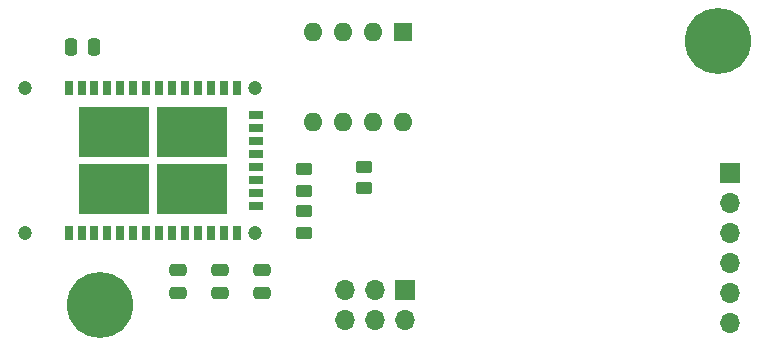
<source format=gbr>
%TF.GenerationSoftware,KiCad,Pcbnew,(6.0.1)*%
%TF.CreationDate,2022-03-15T19:28:32-04:00*%
%TF.ProjectId,WiFi-Board,57694669-2d42-46f6-9172-642e6b696361,rev?*%
%TF.SameCoordinates,Original*%
%TF.FileFunction,Soldermask,Top*%
%TF.FilePolarity,Negative*%
%FSLAX46Y46*%
G04 Gerber Fmt 4.6, Leading zero omitted, Abs format (unit mm)*
G04 Created by KiCad (PCBNEW (6.0.1)) date 2022-03-15 19:28:32*
%MOMM*%
%LPD*%
G01*
G04 APERTURE LIST*
G04 Aperture macros list*
%AMRoundRect*
0 Rectangle with rounded corners*
0 $1 Rounding radius*
0 $2 $3 $4 $5 $6 $7 $8 $9 X,Y pos of 4 corners*
0 Add a 4 corners polygon primitive as box body*
4,1,4,$2,$3,$4,$5,$6,$7,$8,$9,$2,$3,0*
0 Add four circle primitives for the rounded corners*
1,1,$1+$1,$2,$3*
1,1,$1+$1,$4,$5*
1,1,$1+$1,$6,$7*
1,1,$1+$1,$8,$9*
0 Add four rect primitives between the rounded corners*
20,1,$1+$1,$2,$3,$4,$5,0*
20,1,$1+$1,$4,$5,$6,$7,0*
20,1,$1+$1,$6,$7,$8,$9,0*
20,1,$1+$1,$8,$9,$2,$3,0*%
G04 Aperture macros list end*
%ADD10R,1.700000X1.700000*%
%ADD11O,1.700000X1.700000*%
%ADD12RoundRect,0.250000X0.450000X-0.262500X0.450000X0.262500X-0.450000X0.262500X-0.450000X-0.262500X0*%
%ADD13C,5.600000*%
%ADD14RoundRect,0.250000X-0.475000X0.250000X-0.475000X-0.250000X0.475000X-0.250000X0.475000X0.250000X0*%
%ADD15C,1.200000*%
%ADD16R,0.700000X1.200000*%
%ADD17R,1.200000X0.700000*%
%ADD18R,6.000000X4.200000*%
%ADD19RoundRect,0.250000X-0.450000X0.262500X-0.450000X-0.262500X0.450000X-0.262500X0.450000X0.262500X0*%
%ADD20R,1.600000X1.600000*%
%ADD21O,1.600000X1.600000*%
%ADD22RoundRect,0.250000X0.250000X0.475000X-0.250000X0.475000X-0.250000X-0.475000X0.250000X-0.475000X0*%
G04 APERTURE END LIST*
D10*
%TO.C,J1*%
X130033000Y-124709000D03*
D11*
X130033000Y-127249000D03*
X127493000Y-124709000D03*
X127493000Y-127249000D03*
X124953000Y-124709000D03*
X124953000Y-127249000D03*
%TD*%
D12*
%TO.C,R1*%
X121412000Y-119888000D03*
X121412000Y-118063000D03*
%TD*%
D13*
%TO.C,REF\u002A\u002A*%
X104140000Y-125984000D03*
%TD*%
D14*
%TO.C,C3*%
X110744000Y-123068000D03*
X110744000Y-124968000D03*
%TD*%
%TO.C,C1*%
X117856000Y-123068000D03*
X117856000Y-124968000D03*
%TD*%
D15*
%TO.C,U1*%
X117253682Y-107676815D03*
D16*
X115803682Y-107676815D03*
X114703682Y-107676815D03*
X113603682Y-107676815D03*
X112503682Y-107676815D03*
X111403682Y-107676815D03*
X110303682Y-107676815D03*
X109203682Y-107676815D03*
X108103682Y-107676815D03*
X107003682Y-107676815D03*
X105903682Y-107676815D03*
X104803682Y-107676815D03*
X103703682Y-107676815D03*
X102603682Y-107676815D03*
X101503682Y-107676815D03*
D15*
X97853682Y-107676815D03*
X97853682Y-119876815D03*
D16*
X101503682Y-119876815D03*
X102603682Y-119876815D03*
X103703682Y-119876815D03*
X104803682Y-119876815D03*
X105903682Y-119876815D03*
X107003682Y-119876815D03*
X108103682Y-119876815D03*
X109203682Y-119876815D03*
X110303682Y-119876815D03*
X111403682Y-119876815D03*
X112503682Y-119876815D03*
X113603682Y-119876815D03*
X114703682Y-119876815D03*
X115803682Y-119876815D03*
D15*
X117253682Y-119876815D03*
D17*
X117353682Y-117626815D03*
X117353682Y-116526815D03*
X117353682Y-115426815D03*
X117353682Y-114326815D03*
X117353682Y-113226815D03*
X117353682Y-112126815D03*
X117353682Y-111026815D03*
X117353682Y-109926815D03*
D18*
X111953682Y-111376815D03*
X105353682Y-111376815D03*
X105353682Y-116176815D03*
X111953682Y-116176815D03*
%TD*%
D19*
%TO.C,R2*%
X121412000Y-114507000D03*
X121412000Y-116332000D03*
%TD*%
D12*
%TO.C,R4*%
X126492000Y-116125000D03*
X126492000Y-114300000D03*
%TD*%
D13*
%TO.C,REF\u002A\u002A*%
X156464000Y-103632000D03*
%TD*%
D20*
%TO.C,SW1*%
X129784000Y-102880000D03*
D21*
X127244000Y-102880000D03*
X124704000Y-102880000D03*
X122164000Y-102880000D03*
X122164000Y-110500000D03*
X124704000Y-110500000D03*
X127244000Y-110500000D03*
X129784000Y-110500000D03*
%TD*%
D22*
%TO.C,C4*%
X103632000Y-104140000D03*
X101732000Y-104140000D03*
%TD*%
D14*
%TO.C,C2*%
X114300000Y-123068000D03*
X114300000Y-124968000D03*
%TD*%
D10*
%TO.C,J2*%
X157480000Y-114808000D03*
D11*
X157480000Y-117348000D03*
X157480000Y-119888000D03*
X157480000Y-122428000D03*
X157480000Y-124968000D03*
X157480000Y-127508000D03*
%TD*%
M02*

</source>
